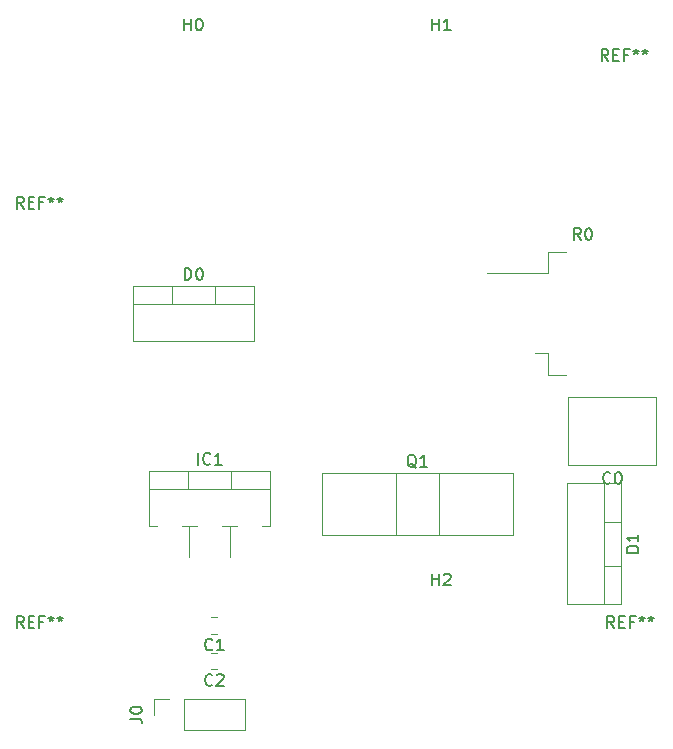
<source format=gbr>
G04 #@! TF.GenerationSoftware,KiCad,Pcbnew,(5.0.2)-1*
G04 #@! TF.CreationDate,2019-04-07T13:53:55+02:00*
G04 #@! TF.ProjectId,Carte commutation,43617274-6520-4636-9f6d-6d7574617469,rev?*
G04 #@! TF.SameCoordinates,Original*
G04 #@! TF.FileFunction,Legend,Top*
G04 #@! TF.FilePolarity,Positive*
%FSLAX46Y46*%
G04 Gerber Fmt 4.6, Leading zero omitted, Abs format (unit mm)*
G04 Created by KiCad (PCBNEW (5.0.2)-1) date 07/04/2019 13:53:55*
%MOMM*%
%LPD*%
G01*
G04 APERTURE LIST*
%ADD10C,0.120000*%
%ADD11C,0.150000*%
G04 APERTURE END LIST*
D10*
G04 #@! TO.C,C0*
X71720000Y-56370000D02*
X64280000Y-56370000D01*
X71720000Y-50630000D02*
X64280000Y-50630000D01*
X71720000Y-56370000D02*
X71720000Y-50630000D01*
X64280000Y-56370000D02*
X64280000Y-50630000D01*
G04 #@! TO.C,C1*
X34566468Y-70660110D02*
X34043964Y-70660110D01*
X34566468Y-69240110D02*
X34043964Y-69240110D01*
G04 #@! TO.C,C2*
X34566468Y-72240110D02*
X34043964Y-72240110D01*
X34566468Y-73660110D02*
X34043964Y-73660110D01*
G04 #@! TO.C,D0*
X34391000Y-41230000D02*
X34391000Y-42740000D01*
X30690000Y-41230000D02*
X30690000Y-42740000D01*
X27420000Y-42740000D02*
X37660000Y-42740000D01*
X37660000Y-41230000D02*
X37660000Y-45871000D01*
X27420000Y-41230000D02*
X27420000Y-45871000D01*
X27420000Y-45871000D02*
X37660000Y-45871000D01*
X27420000Y-41230000D02*
X37660000Y-41230000D01*
G04 #@! TO.C,D1*
X68770000Y-57920000D02*
X68770000Y-68160000D01*
X64129000Y-57920000D02*
X64129000Y-68160000D01*
X68770000Y-57920000D02*
X64129000Y-57920000D01*
X68770000Y-68160000D02*
X64129000Y-68160000D01*
X67260000Y-57920000D02*
X67260000Y-68160000D01*
X68770000Y-61190000D02*
X67260000Y-61190000D01*
X68770000Y-64891000D02*
X67260000Y-64891000D01*
G04 #@! TO.C,IC1*
X28779000Y-56880000D02*
X39020000Y-56880000D01*
X28779000Y-61521000D02*
X29450000Y-61521000D01*
X31550000Y-61521000D02*
X32835000Y-61521000D01*
X34965000Y-61521000D02*
X36235000Y-61521000D01*
X38365000Y-61521000D02*
X39020000Y-61521000D01*
X28779000Y-56880000D02*
X28779000Y-61521000D01*
X39020000Y-56880000D02*
X39020000Y-61521000D01*
X28779000Y-58389000D02*
X39020000Y-58389000D01*
X32050000Y-56880000D02*
X32050000Y-58389000D01*
X35750000Y-56880000D02*
X35750000Y-58389000D01*
X32200000Y-61521000D02*
X32200000Y-64135000D01*
X35600000Y-61521000D02*
X35600000Y-64135000D01*
G04 #@! TO.C,J0*
X31770000Y-78830000D02*
X31770000Y-76170000D01*
X31770000Y-78830000D02*
X36910000Y-78830000D01*
X36910000Y-78830000D02*
X36910000Y-76170000D01*
X31770000Y-76170000D02*
X36910000Y-76170000D01*
X29170000Y-76170000D02*
X30500000Y-76170000D01*
X29170000Y-77500000D02*
X29170000Y-76170000D01*
G04 #@! TO.C,Q1*
X43430000Y-57049000D02*
X59570000Y-57049000D01*
X43430000Y-62320000D02*
X59570000Y-62320000D01*
X43430000Y-57049000D02*
X43430000Y-62320000D01*
X59570000Y-57049000D02*
X59570000Y-62320000D01*
X49696000Y-57049000D02*
X49696000Y-62320000D01*
X53305000Y-57049000D02*
X53305000Y-62320000D01*
G04 #@! TO.C,R0*
X64050000Y-38300000D02*
X62550000Y-38300000D01*
X62550000Y-38300000D02*
X62550000Y-40110000D01*
X62550000Y-40110000D02*
X57425000Y-40110000D01*
X64050000Y-48700000D02*
X62550000Y-48700000D01*
X62550000Y-48700000D02*
X62550000Y-46890000D01*
X62550000Y-46890000D02*
X61450000Y-46890000D01*
G04 #@! TO.C,C0*
D11*
X67833333Y-57857142D02*
X67785714Y-57904761D01*
X67642857Y-57952380D01*
X67547619Y-57952380D01*
X67404761Y-57904761D01*
X67309523Y-57809523D01*
X67261904Y-57714285D01*
X67214285Y-57523809D01*
X67214285Y-57380952D01*
X67261904Y-57190476D01*
X67309523Y-57095238D01*
X67404761Y-57000000D01*
X67547619Y-56952380D01*
X67642857Y-56952380D01*
X67785714Y-57000000D01*
X67833333Y-57047619D01*
X68452380Y-56952380D02*
X68547619Y-56952380D01*
X68642857Y-57000000D01*
X68690476Y-57047619D01*
X68738095Y-57142857D01*
X68785714Y-57333333D01*
X68785714Y-57571428D01*
X68738095Y-57761904D01*
X68690476Y-57857142D01*
X68642857Y-57904761D01*
X68547619Y-57952380D01*
X68452380Y-57952380D01*
X68357142Y-57904761D01*
X68309523Y-57857142D01*
X68261904Y-57761904D01*
X68214285Y-57571428D01*
X68214285Y-57333333D01*
X68261904Y-57142857D01*
X68309523Y-57047619D01*
X68357142Y-57000000D01*
X68452380Y-56952380D01*
G04 #@! TO.C,C1*
X34138549Y-71957252D02*
X34090930Y-72004871D01*
X33948073Y-72052490D01*
X33852835Y-72052490D01*
X33709977Y-72004871D01*
X33614739Y-71909633D01*
X33567120Y-71814395D01*
X33519501Y-71623919D01*
X33519501Y-71481062D01*
X33567120Y-71290586D01*
X33614739Y-71195348D01*
X33709977Y-71100110D01*
X33852835Y-71052490D01*
X33948073Y-71052490D01*
X34090930Y-71100110D01*
X34138549Y-71147729D01*
X35090930Y-72052490D02*
X34519501Y-72052490D01*
X34805216Y-72052490D02*
X34805216Y-71052490D01*
X34709977Y-71195348D01*
X34614739Y-71290586D01*
X34519501Y-71338205D01*
G04 #@! TO.C,C2*
X34138549Y-74957252D02*
X34090930Y-75004871D01*
X33948073Y-75052490D01*
X33852835Y-75052490D01*
X33709977Y-75004871D01*
X33614739Y-74909633D01*
X33567120Y-74814395D01*
X33519501Y-74623919D01*
X33519501Y-74481062D01*
X33567120Y-74290586D01*
X33614739Y-74195348D01*
X33709977Y-74100110D01*
X33852835Y-74052490D01*
X33948073Y-74052490D01*
X34090930Y-74100110D01*
X34138549Y-74147729D01*
X34519501Y-74147729D02*
X34567120Y-74100110D01*
X34662358Y-74052490D01*
X34900454Y-74052490D01*
X34995692Y-74100110D01*
X35043311Y-74147729D01*
X35090930Y-74242967D01*
X35090930Y-74338205D01*
X35043311Y-74481062D01*
X34471882Y-75052490D01*
X35090930Y-75052490D01*
G04 #@! TO.C,D0*
X31801904Y-40682380D02*
X31801904Y-39682380D01*
X32040000Y-39682380D01*
X32182857Y-39730000D01*
X32278095Y-39825238D01*
X32325714Y-39920476D01*
X32373333Y-40110952D01*
X32373333Y-40253809D01*
X32325714Y-40444285D01*
X32278095Y-40539523D01*
X32182857Y-40634761D01*
X32040000Y-40682380D01*
X31801904Y-40682380D01*
X32992380Y-39682380D02*
X33087619Y-39682380D01*
X33182857Y-39730000D01*
X33230476Y-39777619D01*
X33278095Y-39872857D01*
X33325714Y-40063333D01*
X33325714Y-40301428D01*
X33278095Y-40491904D01*
X33230476Y-40587142D01*
X33182857Y-40634761D01*
X33087619Y-40682380D01*
X32992380Y-40682380D01*
X32897142Y-40634761D01*
X32849523Y-40587142D01*
X32801904Y-40491904D01*
X32754285Y-40301428D01*
X32754285Y-40063333D01*
X32801904Y-39872857D01*
X32849523Y-39777619D01*
X32897142Y-39730000D01*
X32992380Y-39682380D01*
G04 #@! TO.C,D1*
X70222380Y-63778095D02*
X69222380Y-63778095D01*
X69222380Y-63540000D01*
X69270000Y-63397142D01*
X69365238Y-63301904D01*
X69460476Y-63254285D01*
X69650952Y-63206666D01*
X69793809Y-63206666D01*
X69984285Y-63254285D01*
X70079523Y-63301904D01*
X70174761Y-63397142D01*
X70222380Y-63540000D01*
X70222380Y-63778095D01*
X70222380Y-62254285D02*
X70222380Y-62825714D01*
X70222380Y-62540000D02*
X69222380Y-62540000D01*
X69365238Y-62635238D01*
X69460476Y-62730476D01*
X69508095Y-62825714D01*
G04 #@! TO.C,H0*
X31738095Y-19552380D02*
X31738095Y-18552380D01*
X31738095Y-19028571D02*
X32309523Y-19028571D01*
X32309523Y-19552380D02*
X32309523Y-18552380D01*
X32976190Y-18552380D02*
X33071428Y-18552380D01*
X33166666Y-18600000D01*
X33214285Y-18647619D01*
X33261904Y-18742857D01*
X33309523Y-18933333D01*
X33309523Y-19171428D01*
X33261904Y-19361904D01*
X33214285Y-19457142D01*
X33166666Y-19504761D01*
X33071428Y-19552380D01*
X32976190Y-19552380D01*
X32880952Y-19504761D01*
X32833333Y-19457142D01*
X32785714Y-19361904D01*
X32738095Y-19171428D01*
X32738095Y-18933333D01*
X32785714Y-18742857D01*
X32833333Y-18647619D01*
X32880952Y-18600000D01*
X32976190Y-18552380D01*
G04 #@! TO.C,H1*
X52738095Y-19552380D02*
X52738095Y-18552380D01*
X52738095Y-19028571D02*
X53309523Y-19028571D01*
X53309523Y-19552380D02*
X53309523Y-18552380D01*
X54309523Y-19552380D02*
X53738095Y-19552380D01*
X54023809Y-19552380D02*
X54023809Y-18552380D01*
X53928571Y-18695238D01*
X53833333Y-18790476D01*
X53738095Y-18838095D01*
G04 #@! TO.C,H2*
X52738095Y-66552380D02*
X52738095Y-65552380D01*
X52738095Y-66028571D02*
X53309523Y-66028571D01*
X53309523Y-66552380D02*
X53309523Y-65552380D01*
X53738095Y-65647619D02*
X53785714Y-65600000D01*
X53880952Y-65552380D01*
X54119047Y-65552380D01*
X54214285Y-65600000D01*
X54261904Y-65647619D01*
X54309523Y-65742857D01*
X54309523Y-65838095D01*
X54261904Y-65980952D01*
X53690476Y-66552380D01*
X54309523Y-66552380D01*
G04 #@! TO.C,IC1*
X32923809Y-56332380D02*
X32923809Y-55332380D01*
X33971428Y-56237142D02*
X33923809Y-56284761D01*
X33780952Y-56332380D01*
X33685714Y-56332380D01*
X33542857Y-56284761D01*
X33447619Y-56189523D01*
X33400000Y-56094285D01*
X33352380Y-55903809D01*
X33352380Y-55760952D01*
X33400000Y-55570476D01*
X33447619Y-55475238D01*
X33542857Y-55380000D01*
X33685714Y-55332380D01*
X33780952Y-55332380D01*
X33923809Y-55380000D01*
X33971428Y-55427619D01*
X34923809Y-56332380D02*
X34352380Y-56332380D01*
X34638095Y-56332380D02*
X34638095Y-55332380D01*
X34542857Y-55475238D01*
X34447619Y-55570476D01*
X34352380Y-55618095D01*
G04 #@! TO.C,J0*
X27182380Y-77833333D02*
X27896666Y-77833333D01*
X28039523Y-77880952D01*
X28134761Y-77976190D01*
X28182380Y-78119047D01*
X28182380Y-78214285D01*
X27182380Y-77166666D02*
X27182380Y-77071428D01*
X27230000Y-76976190D01*
X27277619Y-76928571D01*
X27372857Y-76880952D01*
X27563333Y-76833333D01*
X27801428Y-76833333D01*
X27991904Y-76880952D01*
X28087142Y-76928571D01*
X28134761Y-76976190D01*
X28182380Y-77071428D01*
X28182380Y-77166666D01*
X28134761Y-77261904D01*
X28087142Y-77309523D01*
X27991904Y-77357142D01*
X27801428Y-77404761D01*
X27563333Y-77404761D01*
X27372857Y-77357142D01*
X27277619Y-77309523D01*
X27230000Y-77261904D01*
X27182380Y-77166666D01*
G04 #@! TO.C,Q1*
X51404761Y-56597619D02*
X51309523Y-56550000D01*
X51214285Y-56454761D01*
X51071428Y-56311904D01*
X50976190Y-56264285D01*
X50880952Y-56264285D01*
X50928571Y-56502380D02*
X50833333Y-56454761D01*
X50738095Y-56359523D01*
X50690476Y-56169047D01*
X50690476Y-55835714D01*
X50738095Y-55645238D01*
X50833333Y-55550000D01*
X50928571Y-55502380D01*
X51119047Y-55502380D01*
X51214285Y-55550000D01*
X51309523Y-55645238D01*
X51357142Y-55835714D01*
X51357142Y-56169047D01*
X51309523Y-56359523D01*
X51214285Y-56454761D01*
X51119047Y-56502380D01*
X50928571Y-56502380D01*
X52309523Y-56502380D02*
X51738095Y-56502380D01*
X52023809Y-56502380D02*
X52023809Y-55502380D01*
X51928571Y-55645238D01*
X51833333Y-55740476D01*
X51738095Y-55788095D01*
G04 #@! TO.C,R0*
X65333333Y-37302380D02*
X65000000Y-36826190D01*
X64761904Y-37302380D02*
X64761904Y-36302380D01*
X65142857Y-36302380D01*
X65238095Y-36350000D01*
X65285714Y-36397619D01*
X65333333Y-36492857D01*
X65333333Y-36635714D01*
X65285714Y-36730952D01*
X65238095Y-36778571D01*
X65142857Y-36826190D01*
X64761904Y-36826190D01*
X65952380Y-36302380D02*
X66047619Y-36302380D01*
X66142857Y-36350000D01*
X66190476Y-36397619D01*
X66238095Y-36492857D01*
X66285714Y-36683333D01*
X66285714Y-36921428D01*
X66238095Y-37111904D01*
X66190476Y-37207142D01*
X66142857Y-37254761D01*
X66047619Y-37302380D01*
X65952380Y-37302380D01*
X65857142Y-37254761D01*
X65809523Y-37207142D01*
X65761904Y-37111904D01*
X65714285Y-36921428D01*
X65714285Y-36683333D01*
X65761904Y-36492857D01*
X65809523Y-36397619D01*
X65857142Y-36350000D01*
X65952380Y-36302380D01*
G04 #@! TO.C,REF\002A\002A*
X67666666Y-22152380D02*
X67333333Y-21676190D01*
X67095238Y-22152380D02*
X67095238Y-21152380D01*
X67476190Y-21152380D01*
X67571428Y-21200000D01*
X67619047Y-21247619D01*
X67666666Y-21342857D01*
X67666666Y-21485714D01*
X67619047Y-21580952D01*
X67571428Y-21628571D01*
X67476190Y-21676190D01*
X67095238Y-21676190D01*
X68095238Y-21628571D02*
X68428571Y-21628571D01*
X68571428Y-22152380D02*
X68095238Y-22152380D01*
X68095238Y-21152380D01*
X68571428Y-21152380D01*
X69333333Y-21628571D02*
X69000000Y-21628571D01*
X69000000Y-22152380D02*
X69000000Y-21152380D01*
X69476190Y-21152380D01*
X70000000Y-21152380D02*
X70000000Y-21390476D01*
X69761904Y-21295238D02*
X70000000Y-21390476D01*
X70238095Y-21295238D01*
X69857142Y-21580952D02*
X70000000Y-21390476D01*
X70142857Y-21580952D01*
X70761904Y-21152380D02*
X70761904Y-21390476D01*
X70523809Y-21295238D02*
X70761904Y-21390476D01*
X71000000Y-21295238D01*
X70619047Y-21580952D02*
X70761904Y-21390476D01*
X70904761Y-21580952D01*
X68166666Y-70152380D02*
X67833333Y-69676190D01*
X67595238Y-70152380D02*
X67595238Y-69152380D01*
X67976190Y-69152380D01*
X68071428Y-69200000D01*
X68119047Y-69247619D01*
X68166666Y-69342857D01*
X68166666Y-69485714D01*
X68119047Y-69580952D01*
X68071428Y-69628571D01*
X67976190Y-69676190D01*
X67595238Y-69676190D01*
X68595238Y-69628571D02*
X68928571Y-69628571D01*
X69071428Y-70152380D02*
X68595238Y-70152380D01*
X68595238Y-69152380D01*
X69071428Y-69152380D01*
X69833333Y-69628571D02*
X69500000Y-69628571D01*
X69500000Y-70152380D02*
X69500000Y-69152380D01*
X69976190Y-69152380D01*
X70500000Y-69152380D02*
X70500000Y-69390476D01*
X70261904Y-69295238D02*
X70500000Y-69390476D01*
X70738095Y-69295238D01*
X70357142Y-69580952D02*
X70500000Y-69390476D01*
X70642857Y-69580952D01*
X71261904Y-69152380D02*
X71261904Y-69390476D01*
X71023809Y-69295238D02*
X71261904Y-69390476D01*
X71500000Y-69295238D01*
X71119047Y-69580952D02*
X71261904Y-69390476D01*
X71404761Y-69580952D01*
X18166666Y-34652380D02*
X17833333Y-34176190D01*
X17595238Y-34652380D02*
X17595238Y-33652380D01*
X17976190Y-33652380D01*
X18071428Y-33700000D01*
X18119047Y-33747619D01*
X18166666Y-33842857D01*
X18166666Y-33985714D01*
X18119047Y-34080952D01*
X18071428Y-34128571D01*
X17976190Y-34176190D01*
X17595238Y-34176190D01*
X18595238Y-34128571D02*
X18928571Y-34128571D01*
X19071428Y-34652380D02*
X18595238Y-34652380D01*
X18595238Y-33652380D01*
X19071428Y-33652380D01*
X19833333Y-34128571D02*
X19500000Y-34128571D01*
X19500000Y-34652380D02*
X19500000Y-33652380D01*
X19976190Y-33652380D01*
X20500000Y-33652380D02*
X20500000Y-33890476D01*
X20261904Y-33795238D02*
X20500000Y-33890476D01*
X20738095Y-33795238D01*
X20357142Y-34080952D02*
X20500000Y-33890476D01*
X20642857Y-34080952D01*
X21261904Y-33652380D02*
X21261904Y-33890476D01*
X21023809Y-33795238D02*
X21261904Y-33890476D01*
X21500000Y-33795238D01*
X21119047Y-34080952D02*
X21261904Y-33890476D01*
X21404761Y-34080952D01*
X18166666Y-70152380D02*
X17833333Y-69676190D01*
X17595238Y-70152380D02*
X17595238Y-69152380D01*
X17976190Y-69152380D01*
X18071428Y-69200000D01*
X18119047Y-69247619D01*
X18166666Y-69342857D01*
X18166666Y-69485714D01*
X18119047Y-69580952D01*
X18071428Y-69628571D01*
X17976190Y-69676190D01*
X17595238Y-69676190D01*
X18595238Y-69628571D02*
X18928571Y-69628571D01*
X19071428Y-70152380D02*
X18595238Y-70152380D01*
X18595238Y-69152380D01*
X19071428Y-69152380D01*
X19833333Y-69628571D02*
X19500000Y-69628571D01*
X19500000Y-70152380D02*
X19500000Y-69152380D01*
X19976190Y-69152380D01*
X20500000Y-69152380D02*
X20500000Y-69390476D01*
X20261904Y-69295238D02*
X20500000Y-69390476D01*
X20738095Y-69295238D01*
X20357142Y-69580952D02*
X20500000Y-69390476D01*
X20642857Y-69580952D01*
X21261904Y-69152380D02*
X21261904Y-69390476D01*
X21023809Y-69295238D02*
X21261904Y-69390476D01*
X21500000Y-69295238D01*
X21119047Y-69580952D02*
X21261904Y-69390476D01*
X21404761Y-69580952D01*
G04 #@! TD*
M02*

</source>
